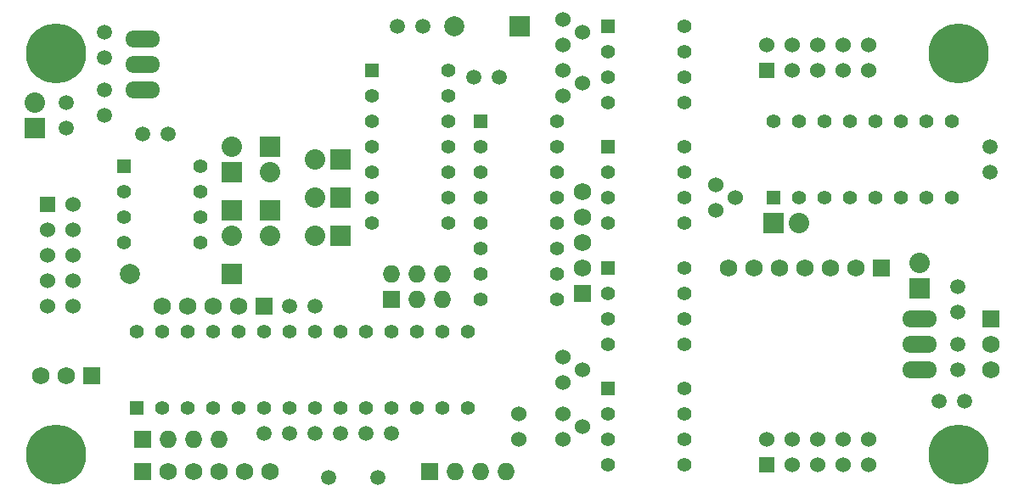
<source format=gbs>
%FSLAX36Y36*%
G04 Gerber Fmt 3.6, Leading zero omitted, Abs format (unit inch)*
G04 Created by KiCad (PCBNEW (2014-jul-16 BZR unknown)-product) date Thu 16 Oct 2014 07:06:33 PM PDT*
%MOIN*%
G01*
G04 APERTURE LIST*
%ADD10C,0.003937*%
%ADD11C,0.059100*%
%ADD12C,0.078700*%
%ADD13R,0.078700X0.078700*%
%ADD14C,0.236220*%
%ADD15R,0.068000X0.068000*%
%ADD16C,0.068000*%
%ADD17R,0.060000X0.060000*%
%ADD18C,0.060000*%
%ADD19O,0.068000X0.068000*%
%ADD20R,0.055000X0.055000*%
%ADD21C,0.055000*%
%ADD22O,0.137800X0.066900*%
%ADD23R,0.080000X0.080000*%
%ADD24O,0.080000X0.080000*%
G04 APERTURE END LIST*
D10*
D11*
X4325000Y-4050000D03*
X4325000Y-4150000D03*
X4175000Y-4425000D03*
X4175000Y-4325000D03*
X4325000Y-4375000D03*
X4325000Y-4275000D03*
X4950000Y-5625000D03*
X5050000Y-5625000D03*
D12*
X4425000Y-5000000D03*
D13*
X4825000Y-5000000D03*
D14*
X4133858Y-4133858D03*
X7677165Y-4133858D03*
X4133858Y-5708661D03*
X7677165Y-5708661D03*
D15*
X7805000Y-5175000D03*
D16*
X7805000Y-5275000D03*
X7805000Y-5375000D03*
D15*
X4275000Y-5400000D03*
D16*
X4175000Y-5400000D03*
X4075000Y-5400000D03*
D17*
X4100000Y-4725000D03*
D18*
X4200000Y-4725000D03*
X4100000Y-4825000D03*
X4200000Y-4825000D03*
X4100000Y-4925000D03*
X4200000Y-4925000D03*
X4100000Y-5025000D03*
X4200000Y-5025000D03*
X4100000Y-5125000D03*
X4200000Y-5125000D03*
D15*
X5600000Y-5775000D03*
D19*
X5700000Y-5775000D03*
X5800000Y-5775000D03*
X5900000Y-5775000D03*
D13*
X5953000Y-4025000D03*
D12*
X5697000Y-4025000D03*
D20*
X6300000Y-4500000D03*
D21*
X6300000Y-4600000D03*
X6300000Y-4700000D03*
X6300000Y-4800000D03*
X6600000Y-4800000D03*
X6600000Y-4700000D03*
X6600000Y-4600000D03*
X6600000Y-4500000D03*
D20*
X6300000Y-4975000D03*
D21*
X6300000Y-5075000D03*
X6300000Y-5175000D03*
X6300000Y-5275000D03*
X6600000Y-5275000D03*
X6600000Y-5175000D03*
X6600000Y-5075000D03*
X6600000Y-4975000D03*
D20*
X6300000Y-5450000D03*
D21*
X6300000Y-5550000D03*
X6300000Y-5650000D03*
X6300000Y-5750000D03*
X6600000Y-5750000D03*
X6600000Y-5650000D03*
X6600000Y-5550000D03*
X6600000Y-5450000D03*
D20*
X5375000Y-4200000D03*
D21*
X5375000Y-4300000D03*
X5375000Y-4400000D03*
X5375000Y-4500000D03*
X5375000Y-4600000D03*
X5375000Y-4700000D03*
X5375000Y-4800000D03*
X5675000Y-4800000D03*
X5675000Y-4700000D03*
X5675000Y-4600000D03*
X5675000Y-4500000D03*
X5675000Y-4400000D03*
X5675000Y-4300000D03*
X5675000Y-4200000D03*
D11*
X5203900Y-5800000D03*
X5396100Y-5800000D03*
D18*
X5950000Y-5550000D03*
X5950000Y-5650000D03*
D11*
X7600000Y-5500000D03*
X7700000Y-5500000D03*
X7675000Y-5150000D03*
X7675000Y-5050000D03*
X7675000Y-5275000D03*
X7675000Y-5375000D03*
X7800000Y-4500000D03*
X7800000Y-4600000D03*
X5250000Y-5625000D03*
X5150000Y-5625000D03*
X5350000Y-5625000D03*
X5450000Y-5625000D03*
X5150000Y-5125000D03*
X5050000Y-5125000D03*
X5475000Y-4025000D03*
X5575000Y-4025000D03*
X5875000Y-4225000D03*
X5775000Y-4225000D03*
D17*
X6925000Y-5750000D03*
D18*
X6925000Y-5650000D03*
X7025000Y-5750000D03*
X7025000Y-5650000D03*
X7125000Y-5750000D03*
X7125000Y-5650000D03*
X7225000Y-5750000D03*
X7225000Y-5650000D03*
X7325000Y-5750000D03*
X7325000Y-5650000D03*
D17*
X6925000Y-4200000D03*
D18*
X6925000Y-4100000D03*
X7025000Y-4200000D03*
X7025000Y-4100000D03*
X7125000Y-4200000D03*
X7125000Y-4100000D03*
X7225000Y-4200000D03*
X7225000Y-4100000D03*
X7325000Y-4200000D03*
X7325000Y-4100000D03*
D15*
X4475000Y-5775000D03*
D16*
X4575000Y-5775000D03*
X4675000Y-5775000D03*
X4775000Y-5775000D03*
X4875000Y-5775000D03*
X4975000Y-5775000D03*
D15*
X5450000Y-5100000D03*
D19*
X5450000Y-5000000D03*
X5550000Y-5100000D03*
X5550000Y-5000000D03*
X5650000Y-5100000D03*
X5650000Y-5000000D03*
D15*
X4475000Y-5650000D03*
D19*
X4575000Y-5650000D03*
X4675000Y-5650000D03*
X4775000Y-5650000D03*
D15*
X7375000Y-4975000D03*
D16*
X7275000Y-4975000D03*
X7175000Y-4975000D03*
X7075000Y-4975000D03*
X6975000Y-4975000D03*
X6875000Y-4975000D03*
X6775000Y-4975000D03*
D15*
X6200000Y-5075000D03*
D16*
X6200000Y-4975000D03*
X6200000Y-4875000D03*
X6200000Y-4775000D03*
X6200000Y-4675000D03*
D20*
X5800000Y-4400000D03*
D21*
X5800000Y-4500000D03*
X5800000Y-4600000D03*
X5800000Y-4700000D03*
X5800000Y-4800000D03*
X5800000Y-4900000D03*
X5800000Y-5000000D03*
X5800000Y-5100000D03*
X6100000Y-5100000D03*
X6100000Y-5000000D03*
X6100000Y-4900000D03*
X6100000Y-4800000D03*
X6100000Y-4700000D03*
X6100000Y-4600000D03*
X6100000Y-4500000D03*
X6100000Y-4400000D03*
D15*
X4950000Y-5125000D03*
D16*
X4850000Y-5125000D03*
X4750000Y-5125000D03*
X4650000Y-5125000D03*
X4550000Y-5125000D03*
D20*
X6300000Y-4025000D03*
D21*
X6300000Y-4125000D03*
X6300000Y-4225000D03*
X6300000Y-4325000D03*
X6600000Y-4325000D03*
X6600000Y-4225000D03*
X6600000Y-4125000D03*
X6600000Y-4025000D03*
D22*
X7525000Y-5275000D03*
X7525000Y-5375000D03*
X7525000Y-5175000D03*
D20*
X6950000Y-4700000D03*
D21*
X7050000Y-4700000D03*
X7150000Y-4700000D03*
X7250000Y-4700000D03*
X7350000Y-4700000D03*
X7450000Y-4700000D03*
X7550000Y-4700000D03*
X7650000Y-4700000D03*
X7650000Y-4400000D03*
X7550000Y-4400000D03*
X7450000Y-4400000D03*
X7350000Y-4400000D03*
X7250000Y-4400000D03*
X7150000Y-4400000D03*
X7050000Y-4400000D03*
X6950000Y-4400000D03*
D22*
X4475000Y-4175000D03*
X4475000Y-4075000D03*
X4475000Y-4275000D03*
D20*
X4400000Y-4575000D03*
D21*
X4400000Y-4675000D03*
X4400000Y-4775000D03*
X4400000Y-4875000D03*
X4700000Y-4875000D03*
X4700000Y-4775000D03*
X4700000Y-4675000D03*
X4700000Y-4575000D03*
X4550000Y-5525000D03*
X4650000Y-5525000D03*
X4750000Y-5525000D03*
X4850000Y-5525000D03*
X4950000Y-5525000D03*
X5050000Y-5525000D03*
X5150000Y-5525000D03*
X5250000Y-5525000D03*
X5350000Y-5525000D03*
X5450000Y-5525000D03*
X5550000Y-5525000D03*
X5650000Y-5525000D03*
X5750000Y-5525000D03*
D20*
X4450000Y-5525000D03*
D21*
X5750000Y-5225000D03*
X5650000Y-5225000D03*
X5550000Y-5225000D03*
X5450000Y-5225000D03*
X5350000Y-5225000D03*
X5250000Y-5225000D03*
X5150000Y-5225000D03*
X5050000Y-5225000D03*
X4950000Y-5225000D03*
X4850000Y-5225000D03*
X4750000Y-5225000D03*
X4650000Y-5225000D03*
X4550000Y-5225000D03*
X4450000Y-5225000D03*
D23*
X5250000Y-4850000D03*
D24*
X5150000Y-4850000D03*
D23*
X5250000Y-4700000D03*
D24*
X5150000Y-4700000D03*
D23*
X5250000Y-4550000D03*
D24*
X5150000Y-4550000D03*
D23*
X4050000Y-4425000D03*
D24*
X4050000Y-4325000D03*
D23*
X4975000Y-4750000D03*
D24*
X4975000Y-4850000D03*
D23*
X4975000Y-4500000D03*
D24*
X4975000Y-4600000D03*
D23*
X4825000Y-4600000D03*
D24*
X4825000Y-4500000D03*
D23*
X4825000Y-4750000D03*
D24*
X4825000Y-4850000D03*
D23*
X6950000Y-4800000D03*
D24*
X7050000Y-4800000D03*
D23*
X7525000Y-5055000D03*
D24*
X7525000Y-4955000D03*
D11*
X4575000Y-4450000D03*
X4475000Y-4450000D03*
D18*
X6125000Y-4000000D03*
X6200000Y-4050000D03*
X6125000Y-4100000D03*
X6125000Y-4200000D03*
X6200000Y-4250000D03*
X6125000Y-4300000D03*
X6125000Y-5550000D03*
X6200000Y-5600000D03*
X6125000Y-5650000D03*
X6125000Y-5325000D03*
X6200000Y-5375000D03*
X6125000Y-5425000D03*
X6725000Y-4650000D03*
X6800000Y-4700000D03*
X6725000Y-4750000D03*
M02*

</source>
